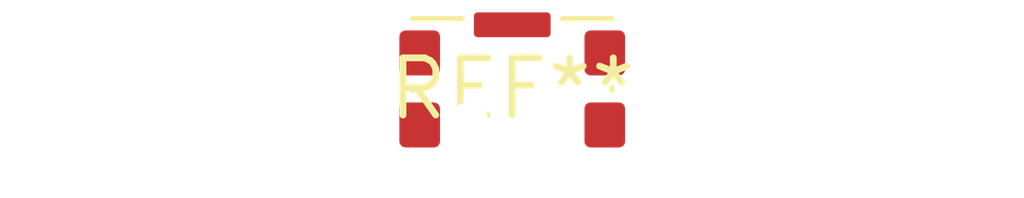
<source format=kicad_pcb>
(kicad_pcb (version 20240108) (generator pcbnew)
  (layers (0 "F.Cu" signal) (31 "B.Cu" signal) (34 "B.Paste" user) (35 "F.Paste" user) (36 "B.SilkS" user "B.Silkscreen") (37 "F.SilkS" user "F.Silkscreen") (38 "B.Mask" user) (39 "F.Mask" user) (44 "Edge.Cuts" user))
  (net 0 "")
  (footprint "SW_SPST_CK_KMS2xxGP" (layer "F.Cu") (at 0 0)
    (property "Reference" "REF**")
    (property "Value" "SW_SPST_CK_KMS2xxGP")
    (fp_line (start -2.21 -1.56) (end -1.11 -1.56) (layer "F.SilkS") (stroke (width 0.12)))
    (fp_line (start -2.21 -0.04) (end -2.21 0.04) (layer "F.SilkS") (stroke (width 0.12)))
    (fp_line (start 1.11 -1.56) (end 2.21 -1.56) (layer "F.SilkS") (stroke (width 0.12)))
    (fp_line (start 2.21 -0.04) (end 2.21 0.04) (layer "F.SilkS") (stroke (width 0.12)))
    (pad "" np_thru_hole circle (at -0.975 0.75) (size 0.9 0.9) (drill 0.9) (layers F&B.Cu *.Mask))
    (pad "" np_thru_hole circle (at 0.975 0.75) (size 0.9 0.9) (drill 0.9) (layers F&B.Cu *.Mask))
    (pad "1" smd roundrect (at -2.05 -0.8) (size 0.9 1) (layers "F.Cu" "F.Paste" "F.Mask") (roundrect_rratio 0.15))
    (pad "1" smd roundrect (at 2.05 -0.8) (size 0.9 1) (layers "F.Cu" "F.Paste" "F.Mask") (roundrect_rratio 0.15))
    (pad "2" smd roundrect (at -2.05 0.8) (size 0.9 1) (layers "F.Cu" "F.Paste" "F.Mask") (roundrect_rratio 0.15))
    (pad "2" smd roundrect (at 2.05 0.8) (size 0.9 1) (layers "F.Cu" "F.Paste" "F.Mask") (roundrect_rratio 0.15))
    (pad "SH" smd roundrect (at 0 -1.425) (size 1.7 0.55) (layers "F.Cu" "F.Paste" "F.Mask") (roundrect_rratio 0.15))
  )
)
</source>
